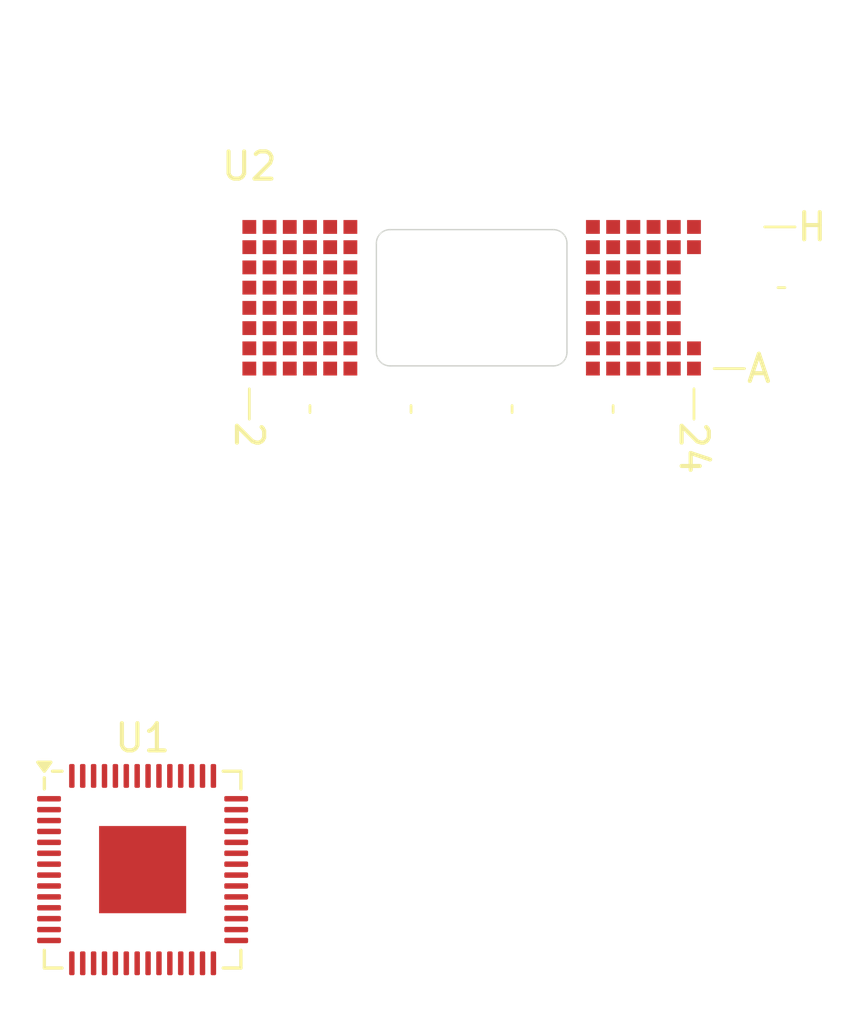
<source format=kicad_pcb>
(kicad_pcb (version 20241229) (generator "pcbnew") (generator_version "9.0")
  (layers (0 "F.Cu" signal) (2 "B.Cu" signal) (13 "F.Paste" user) (15 "B.Paste" user) (5 "F.SilkS" user "F.Silkscreen") (7 "B.SilkS" user "B.Silkscreen") (1 "F.Mask" user) (3 "B.Mask" user) (25 "Edge.Cuts" user))
  (net 0 "")
  (net 1 "Net-(U1-IOVDD-Pad1)")
  (net 36 "Net-(U1-DVDD-Pad23)")
  (net 54 "VDD")
  (net 57 "VRESET")
  (net 60 "VDDI")
  (net 61 "VBIAS")
  (net 63 "VSS")
  (net 65 "VOFFSET")
  (footprint "custom_dlp:LGA99_FQS" (layer "F.Cu") (at 109.25 55.75)
    (property "Reference" "U2" (at -8.1664 -4.8256 0) (layer "F.SilkS"))
    (property "Value" "DLP301S")
    (fp_line (start -8.1664 4.4544) (end -8.1664 3.3408) (stroke (width 0.1)) (layer "F.SilkS"))
    (fp_line (start -5.9392 3.9562) (end -5.9392 4.2102) (stroke (width 0.1)) (layer "F.SilkS"))
    (fp_line (start -2.2272 3.9562) (end -2.2272 4.2102) (stroke (width 0.1)) (layer "F.SilkS"))
    (fp_line (start 1.4848 3.9562) (end 1.4848 4.2102) (stroke (width 0.1)) (layer "F.SilkS"))
    (fp_line (start 5.1968 3.9562) (end 5.1968 4.2102) (stroke (width 0.1)) (layer "F.SilkS"))
    (fp_line (start 8.1664 4.4544) (end 8.1664 3.3408) (stroke (width 0.1)) (layer "F.SilkS"))
    (fp_line (start 10.0224 2.5984) (end 8.9088 2.5984) (stroke (width 0.1)) (layer "F.SilkS"))
    (fp_line (start 11.2532 -0.3712) (end 11.5072 -0.3712) (stroke (width 0.1)) (layer "F.SilkS"))
    (fp_line (start 11.8784 -2.5984) (end 10.7648 -2.5984) (stroke (width 0.1)) (layer "F.SilkS"))
    (fp_line (start -3.4996 2) (end -3.4996 -2) (stroke (width 0.05)) (layer "Edge.Cuts"))
    (fp_line (start 3.0004 -2.499999) (end -2.9996 -2.5) (stroke (width 0.05)) (layer "Edge.Cuts"))
    (fp_line (start 3.0004 2.499999) (end -2.9996 2.499999) (stroke (width 0.05)) (layer "Edge.Cuts"))
    (fp_line (start 3.5004 2) (end 3.500399 -2) (stroke (width 0.05)) (layer "Edge.Cuts"))
    (fp_arc (start -3.4996 -2) (mid -3.353153 -2.353553) (end -2.9996 -2.5) (stroke (width 0.05)) (layer "Edge.Cuts"))
    (fp_arc (start -2.9996 2.5) (mid -3.353153 2.353553) (end -3.4996 2) (stroke (width 0.05)) (layer "Edge.Cuts"))
    (fp_arc (start 3.0004 -2.5) (mid 3.353953 -2.353553) (end 3.5004 -2) (stroke (width 0.05)) (layer "Edge.Cuts"))
    (fp_arc (start 3.5004 2) (mid 3.353953 2.353553) (end 3.0004 2.5) (stroke (width 0.05)) (layer "Edge.Cuts"))
    (fp_text user "2" (at -8.1664 4.4544 270) (layer "F.SilkS") (effects (justify left)))
    (fp_text user "H" (at 11.8784 -2.5984 0) (layer "F.SilkS") (effects (justify left)))
    (fp_text user "24" (at 8.1664 4.4544 270) (layer "F.SilkS") (effects (justify left)))
    (fp_text user "A" (at 10.0224 2.5984 0) (layer "F.SilkS") (effects (justify left)))
    (pad "" np_thru_hole circle (at -10.7756 2.25 180) (size 1.45 1.45) (drill 1.45) (layers "*.Cu" "*.Mask"))
    (pad "" np_thru_hole circle (at 0.0004 -7) (size 3.6 3.6) (drill 3.6) (layers "*.Cu" "*.Mask"))
    (pad "" np_thru_hole circle (at 0.0004 7) (size 3.6 3.6) (drill 3.6) (layers "*.Cu" "*.Mask"))
    (pad "" np_thru_hole circle (at 9.7044 -2.25 180) (size 1.45 1.45) (drill 1.45) (layers "*.Cu" "*.Mask"))
    (pad "A2" smd rect (at -8.1664 2.5984 180) (size 0.508 0.508) (layers "F.Cu" "F.Mask") (net 63 "VSS"))
    (pad "A3" smd rect (at -7.424 2.5984 180) (size 0.508 0.508) (layers "F.Cu" "F.Mask") (net 63 "VSS"))
    (pad "A4" smd rect (at -6.6816 2.5984 180) (size 0.508 0.508) (layers "F.Cu" "F.Mask") (net 63 "VSS"))
    (pad "A5" smd rect (at -5.9392 2.5984 180) (size 0.508 0.508) (layers "F.Cu" "F.Mask") (net 57 "VRESET"))
    (pad "A6" smd rect (at -5.1968 2.5984 180) (size 0.508 0.508) (layers "F.Cu" "F.Mask") (net 61 "VBIAS"))
    (pad "A7" smd rect (at -4.4544 2.5984 180) (size 0.508 0.508) (layers "F.Cu" "F.Mask") (net 63 "VSS"))
    (pad "A19" smd rect (at 4.4544 2.5984 180) (size 0.508 0.508) (layers "F.Cu" "F.Mask") (net 54 "VDD"))
    (pad "A20" smd rect (at 5.1968 2.5984 180) (size 0.508 0.508) (layers "F.Cu" "F.Mask") (net 54 "VDD"))
    (pad "A21" smd rect (at 5.9392 2.5984 180) (size 0.508 0.508) (layers "F.Cu" "F.Mask") (net 54 "VDD"))
    (pad "A22" smd rect (at 6.6816 2.5984 180) (size 0.508 0.508) (layers "F.Cu" "F.Mask") (net 61 "VBIAS"))
    (pad "A23" smd rect (at 7.424 2.5984 180) (size 0.508 0.508) (layers "F.Cu" "F.Mask") (net 57 "VRESET"))
    (pad "A24" smd rect (at 8.1664 2.5984 180) (size 0.508 0.508) (layers "F.Cu" "F.Mask") (net 63 "VSS"))
    (pad "B2" smd rect (at -8.1664 1.856 180) (size 0.508 0.508) (layers "F.Cu" "F.Mask"))
    (pad "B3" smd rect (at -7.424 1.856 180) (size 0.508 0.508) (layers "F.Cu" "F.Mask"))
    (pad "B4" smd rect (at -6.6816 1.856 180) (size 0.508 0.508) (layers "F.Cu" "F.Mask"))
    (pad "B5" smd rect (at -5.9392 1.856 180) (size 0.508 0.508) (layers "F.Cu" "F.Mask"))
    (pad "B6" smd rect (at -5.1968 1.856 180) (size 0.508 0.508) (layers "F.Cu" "F.Mask") (net 60 "VDDI"))
    (pad "B7" smd rect (at -4.4544 1.856 180) (size 0.508 0.508) (layers "F.Cu" "F.Mask"))
    (pad "B19" smd rect (at 4.4544 1.856 180) (size 0.508 0.508) (layers "F.Cu" "F.Mask") (net 60 "VDDI"))
    (pad "B20" smd rect (at 5.1968 1.856 180) (size 0.508 0.508) (layers "F.Cu" "F.Mask") (net 54 "VDD"))
    (pad "B21" smd rect (at 5.9392 1.856 180) (size 0.508 0.508) (layers "F.Cu" "F.Mask") (net 65 "VOFFSET"))
    (pad "B22" smd rect (at 6.6816 1.856 180) (size 0.508 0.508) (layers "F.Cu" "F.Mask") (net 63 "VSS"))
    (pad "B23" smd rect (at 7.424 1.856 180) (size 0.508 0.508) (layers "F.Cu" "F.Mask") (net 63 "VSS"))
    (pad "B24" smd rect (at 8.1664 1.856 180) (size 0.508 0.508) (layers "F.Cu" "F.Mask") (net 63 "VSS"))
    (pad "C2" smd rect (at -8.1664 1.1136 180) (size 0.508 0.508) (layers "F.Cu" "F.Mask") (net 54 "VDD"))
    (pad "C3" smd rect (at -7.424 1.1136 180) (size 0.508 0.508) (layers "F.Cu" "F.Mask") (net 60 "VDDI"))
    (pad "C4" smd rect (at -6.6816 1.1136 180) (size 0.508 0.508) (layers "F.Cu" "F.Mask") (net 63 "VSS"))
    (pad "C5" smd rect (at -5.9392 1.1136 180) (size 0.508 0.508) (layers "F.Cu" "F.Mask"))
    (pad "C6" smd rect (at -5.1968 1.1136 180) (size 0.508 0.508) (layers "F.Cu" "F.Mask"))
    (pad "C7" smd rect (at -4.4544 1.1136 180) (size 0.508 0.508) (layers "F.Cu" "F.Mask") (net 63 "VSS"))
    (pad "C19" smd rect (at 4.4544 1.1136 180) (size 0.508 0.508) (layers "F.Cu" "F.Mask") (net 63 "VSS"))
    (pad "C20" smd rect (at 5.1968 1.1136 180) (size 0.508 0.508) (layers "F.Cu" "F.Mask"))
    (pad "C21" smd rect (at 5.9392 1.1136 180) (size 0.508 0.508) (layers "F.Cu" "F.Mask"))
    (pad "C22" smd rect (at 6.6816 1.1136 180) (size 0.508 0.508) (layers "F.Cu" "F.Mask") (net 63 "VSS"))
    (pad "C23" smd rect (at 7.424 1.1136 180) (size 0.508 0.508) (layers "F.Cu" "F.Mask") (net 60 "VDDI"))
    (pad "D2" smd rect (at -8.1664 0.3712 180) (size 0.508 0.508) (layers "F.Cu" "F.Mask") (net 54 "VDD"))
    (pad "D3" smd rect (at -7.424 0.3712 180) (size 0.508 0.508) (layers "F.Cu" "F.Mask") (net 54 "VDD"))
    (pad "D4" smd rect (at -6.6816 0.3712 180) (size 0.508 0.508) (layers "F.Cu" "F.Mask"))
    (pad "D5" smd rect (at -5.9392 0.3712 180) (size 0.508 0.508) (layers "F.Cu" "F.Mask"))
    (pad "D6" smd rect (at -5.1968 0.3712 180) (size 0.508 0.508) (layers "F.Cu" "F.Mask"))
    (pad "D7" smd rect (at -4.4544 0.3712 180) (size 0.508 0.508) (layers "F.Cu" "F.Mask"))
    (pad "D19" smd rect (at 4.4544 0.3712 180) (size 0.508 0.508) (layers "F.Cu" "F.Mask"))
    (pad "D20" smd rect (at 5.1968 0.3712 180) (size 0.508 0.508) (layers "F.Cu" "F.Mask"))
    (pad "D21" smd rect (at 5.9392 0.3712 180) (size 0.508 0.508) (layers "F.Cu" "F.Mask"))
    (pad "D22" smd rect (at 6.6816 0.3712 180) (size 0.508 0.508) (layers "F.Cu" "F.Mask"))
    (pad "D23" smd rect (at 7.424 0.3712 180) (size 0.508 0.508) (layers "F.Cu" "F.Mask") (net 54 "VDD"))
    (pad "E2" smd rect (at -8.1664 -0.3712 180) (size 0.508 0.508) (layers "F.Cu" "F.Mask") (net 54 "VDD"))
    (pad "E3" smd rect (at -7.424 -0.3712 180) (size 0.508 0.508) (layers "F.Cu" "F.Mask") (net 60 "VDDI"))
    (pad "E4" smd rect (at -6.6816 -0.3712 180) (size 0.508 0.508) (layers "F.Cu" "F.Mask") (net 63 "VSS"))
    (pad "E5" smd rect (at -5.9392 -0.3712 180) (size 0.508 0.508) (layers "F.Cu" "F.Mask"))
    (pad "E6" smd rect (at -5.1968 -0.3712 180) (size 0.508 0.508) (layers "F.Cu" "F.Mask"))
    (pad "E7" smd rect (at -4.4544 -0.3712 180) (size 0.508 0.508) (layers "F.Cu" "F.Mask") (net 63 "VSS"))
    (pad "E19" smd rect (at 4.4544 -0.3712 180) (size 0.508 0.508) (layers "F.Cu" "F.Mask") (net 63 "VSS"))
    (pad "E20" smd rect (at 5.1968 -0.3712 180) (size 0.508 0.508) (layers "F.Cu" "F.Mask"))
    (pad "E21" smd rect (at 5.9392 -0.3712 180) (size 0.508 0.508) (layers "F.Cu" "F.Mask"))
    (pad "E22" smd rect (at 6.6816 -0.3712 180) (size 0.508 0.508) (layers "F.Cu" "F.Mask") (net 63 "VSS"))
    (pad "E23" smd rect (at 7.424 -0.3712 180) (size 0.508 0.508) (layers "F.Cu" "F.Mask") (net 60 "VDDI"))
    (pad "F2" smd rect (at -8.1664 -1.1136 180) (size 0.508 0.508) (layers "F.Cu" "F.Mask") (net 54 "VDD"))
    (pad "F3" smd rect (at -7.424 -1.1136 180) (size 0.508 0.508) (layers "F.Cu" "F.Mask") (net 54 "VDD"))
    (pad "F4" smd rect (at -6.6816 -1.1136 180) (size 0.508 0.508) (layers "F.Cu" "F.Mask"))
    (pad "F5" smd rect (at -5.9392 -1.1136 180) (size 0.508 0.508) (layers "F.Cu" "F.Mask"))
    (pad "F6" smd rect (at -5.1968 -1.1136 180) (size 0.508 0.508) (layers "F.Cu" "F.Mask"))
    (pad "F7" smd rect (at -4.4544 -1.1136 180) (size 0.508 0.508) (layers "F.Cu" "F.Mask"))
    (pad "F19" smd rect (at 4.4544 -1.1136 180) (size 0.508 0.508) (layers "F.Cu" "F.Mask"))
    (pad "F20" smd rect (at 5.1968 -1.1136 180) (size 0.508 0.508) (layers "F.Cu" "F.Mask"))
    (pad "F21" smd rect (at 5.9392 -1.1136 180) (size 0.508 0.508) (layers "F.Cu" "F.Mask"))
    (pad "F22" smd rect (at 6.6816 -1.1136 180) (size 0.508 0.508) (layers "F.Cu" "F.Mask"))
    (pad "F23" smd rect (at 7.424 -1.1136 180) (size 0.508 0.508) (layers "F.Cu" "F.Mask") (net 54 "VDD"))
    (pad "G2" smd rect (at -8.1664 -1.856 180) (size 0.508 0.508) (layers "F.Cu" "F.Mask") (net 65 "VOFFSET"))
    (pad "G3" smd rect (at -7.424 -1.856 180) (size 0.508 0.508) (layers "F.Cu" "F.Mask") (net 60 "VDDI"))
    (pad "G4" smd rect (at -6.6816 -1.856 180) (size 0.508 0.508) (layers "F.Cu" "F.Mask") (net 63 "VSS"))
    (pad "G5" smd rect (at -5.9392 -1.856 180) (size 0.508 0.508) (layers "F.Cu" "F.Mask"))
    (pad "G6" smd rect (at -5.1968 -1.856 180) (size 0.508 0.508) (layers "F.Cu" "F.Mask"))
    (pad "G7" smd rect (at -4.4544 -1.856 180) (size 0.508 0.508) (layers "F.Cu" "F.Mask") (net 63 "VSS"))
    (pad "G19" smd rect (at 4.4544 -1.856 180) (size 0.508 0.508) (layers "F.Cu" "F.Mask") (net 63 "VSS"))
    (pad "G20" smd rect (at 5.1968 -1.856 180) (size 0.508 0.508) (layers "F.Cu" "F.Mask"))
    (pad "G21" smd rect (at 5.9392 -1.856 180) (size 0.508 0.508) (layers "F.Cu" "F.Mask"))
    (pad "G22" smd rect (at 6.6816 -1.856 180) (size 0.508 0.508) (layers "F.Cu" "F.Mask") (net 63 "VSS"))
    (pad "G23" smd rect (at 7.424 -1.856 180) (size 0.508 0.508) (layers "F.Cu" "F.Mask") (net 60 "VDDI"))
    (pad "G24" smd rect (at 8.1664 -1.856 180) (size 0.508 0.508) (layers "F.Cu" "F.Mask") (net 63 "VSS"))
    (pad "H2" smd rect (at -8.1664 -2.5984 180) (size 0.508 0.508) (layers "F.Cu" "F.Mask") (net 63 "VSS"))
    (pad "H3" smd rect (at -7.424 -2.5984 180) (size 0.508 0.508) (layers "F.Cu" "F.Mask") (net 63 "VSS"))
    (pad "H4" smd rect (at -6.6816 -2.5984 180) (size 0.508 0.508) (layers "F.Cu" "F.Mask"))
    (pad "H5" smd rect (at -5.9392 -2.5984 180) (size 0.508 0.508) (layers "F.Cu" "F.Mask"))
    (pad "H6" smd rect (at -5.1968 -2.5984 180) (size 0.508 0.508) (layers "F.Cu" "F.Mask"))
    (pad "H7" smd rect (at -4.4544 -2.5984 180) (size 0.508 0.508) (layers "F.Cu" "F.Mask"))
    (pad "H19" smd rect (at 4.4544 -2.5984 180) (size 0.508 0.508) (layers "F.Cu" "F.Mask"))
    (pad "H20" smd rect (at 5.1968 -2.5984 180) (size 0.508 0.508) (layers "F.Cu" "F.Mask"))
    (pad "H21" smd rect (at 5.9392 -2.5984 180) (size 0.508 0.508) (layers "F.Cu" "F.Mask"))
    (pad "H22" smd rect (at 6.6816 -2.5984 180) (size 0.508 0.508) (layers "F.Cu" "F.Mask"))
    (pad "H23" smd rect (at 7.424 -2.5984 180) (size 0.508 0.508) (layers "F.Cu" "F.Mask") (net 63 "VSS"))
    (pad "H24" smd rect (at 8.1664 -2.5984 180) (size 0.508 0.508) (layers "F.Cu" "F.Mask") (net 63 "VSS"))
  )
  (footprint "Package_DFN_QFN:QFN-56-1EP_7x7mm_P0.4mm_EP3.2x3.2mm" (layer "F.Cu") (at 97.1636 76.7316)
    (property "Reference" "U1" (at 0 -4.83 0) (layer "F.SilkS"))
    (property "Value" "RP2040")
    (fp_line (start -3.61 -2.96) (end -3.61 -3.37) (stroke (width 0.12)) (layer "F.SilkS"))
    (fp_line (start -3.61 3.61) (end -3.61 2.96) (stroke (width 0.12)) (layer "F.SilkS"))
    (fp_line (start -2.96 -3.61) (end -3.31 -3.61) (stroke (width 0.12)) (layer "F.SilkS"))
    (fp_line (start -2.96 3.61) (end -3.61 3.61) (stroke (width 0.12)) (layer "F.SilkS"))
    (fp_line (start 2.96 -3.61) (end 3.61 -3.61) (stroke (width 0.12)) (layer "F.SilkS"))
    (fp_line (start 2.96 3.61) (end 3.61 3.61) (stroke (width 0.12)) (layer "F.SilkS"))
    (fp_line (start 3.61 -3.61) (end 3.61 -2.96) (stroke (width 0.12)) (layer "F.SilkS"))
    (fp_line (start 3.61 3.61) (end 3.61 2.96) (stroke (width 0.12)) (layer "F.SilkS"))
    (fp_poly (pts (xy -3.61 -3.61) (xy -3.85 -3.94) (xy -3.37 -3.94) (xy -3.61 -3.61)) (stroke (width 0.12)) (fill yes) (layer "F.SilkS"))
    (pad "1" smd roundrect (at -3.4375 -2.6) (size 0.875 0.2) (layers "F.Cu" "F.Mask" "F.Paste") (net 1 "Net-(U1-IOVDD-Pad1)"))
    (pad "2" smd roundrect (at -3.4375 -2.2) (size 0.875 0.2) (layers "F.Cu" "F.Mask" "F.Paste"))
    (pad "3" smd roundrect (at -3.4375 -1.8) (size 0.875 0.2) (layers "F.Cu" "F.Mask" "F.Paste"))
    (pad "4" smd roundrect (at -3.4375 -1.4) (size 0.875 0.2) (layers "F.Cu" "F.Mask" "F.Paste"))
    (pad "5" smd roundrect (at -3.4375 -1) (size 0.875 0.2) (layers "F.Cu" "F.Mask" "F.Paste"))
    (pad "6" smd roundrect (at -3.4375 -0.6) (size 0.875 0.2) (layers "F.Cu" "F.Mask" "F.Paste"))
    (pad "7" smd roundrect (at -3.4375 -0.2) (size 0.875 0.2) (layers "F.Cu" "F.Mask" "F.Paste"))
    (pad "8" smd roundrect (at -3.4375 0.2) (size 0.875 0.2) (layers "F.Cu" "F.Mask" "F.Paste"))
    (pad "9" smd roundrect (at -3.4375 0.6) (size 0.875 0.2) (layers "F.Cu" "F.Mask" "F.Paste"))
    (pad "10" smd roundrect (at -3.4375 1) (size 0.875 0.2) (layers "F.Cu" "F.Mask" "F.Paste") (net 1 "Net-(U1-IOVDD-Pad1)"))
    (pad "11" smd roundrect (at -3.4375 1.4) (size 0.875 0.2) (layers "F.Cu" "F.Mask" "F.Paste"))
    (pad "12" smd roundrect (at -3.4375 1.8) (size 0.875 0.2) (layers "F.Cu" "F.Mask" "F.Paste"))
    (pad "13" smd roundrect (at -3.4375 2.2) (size 0.875 0.2) (layers "F.Cu" "F.Mask" "F.Paste"))
    (pad "14" smd roundrect (at -3.4375 2.6) (size 0.875 0.2) (layers "F.Cu" "F.Mask" "F.Paste"))
    (pad "15" smd roundrect (at -2.6 3.4375) (size 0.2 0.875) (layers "F.Cu" "F.Mask" "F.Paste"))
    (pad "16" smd roundrect (at -2.2 3.4375) (size 0.2 0.875) (layers "F.Cu" "F.Mask" "F.Paste"))
    (pad "17" smd roundrect (at -1.8 3.4375) (size 0.2 0.875) (layers "F.Cu" "F.Mask" "F.Paste"))
    (pad "18" smd roundrect (at -1.4 3.4375) (size 0.2 0.875) (layers "F.Cu" "F.Mask" "F.Paste"))
    (pad "19" smd roundrect (at -1 3.4375) (size 0.2 0.875) (layers "F.Cu" "F.Mask" "F.Paste"))
    (pad "20" smd roundrect (at -0.6 3.4375) (size 0.2 0.875) (layers "F.Cu" "F.Mask" "F.Paste"))
    (pad "21" smd roundrect (at -0.2 3.4375) (size 0.2 0.875) (layers "F.Cu" "F.Mask" "F.Paste"))
    (pad "22" smd roundrect (at 0.2 3.4375) (size 0.2 0.875) (layers "F.Cu" "F.Mask" "F.Paste") (net 1 "Net-(U1-IOVDD-Pad1)"))
    (pad "23" smd roundrect (at 0.6 3.4375) (size 0.2 0.875) (layers "F.Cu" "F.Mask" "F.Paste") (net 36 "Net-(U1-DVDD-Pad23)"))
    (pad "24" smd roundrect (at 1 3.4375) (size 0.2 0.875) (layers "F.Cu" "F.Mask" "F.Paste"))
    (pad "25" smd roundrect (at 1.4 3.4375) (size 0.2 0.875) (layers "F.Cu" "F.Mask" "F.Paste"))
    (pad "26" smd roundrect (at 1.8 3.4375) (size 0.2 0.875) (layers "F.Cu" "F.Mask" "F.Paste"))
    (pad "27" smd roundrect (at 2.2 3.4375) (size 0.2 0.875) (layers "F.Cu" "F.Mask" "F.Paste"))
    (pad "28" smd roundrect (at 2.6 3.4375) (size 0.2 0.875) (layers "F.Cu" "F.Mask" "F.Paste"))
    (pad "29" smd roundrect (at 3.4375 2.6) (size 0.875 0.2) (layers "F.Cu" "F.Mask" "F.Paste"))
    (pad "30" smd roundrect (at 3.4375 2.2) (size 0.875 0.2) (layers "F.Cu" "F.Mask" "F.Paste"))
    (pad "31" smd roundrect (at 3.4375 1.8) (size 0.875 0.2) (layers "F.Cu" "F.Mask" "F.Paste"))
    (pad "32" smd roundrect (at 3.4375 1.4) (size 0.875 0.2) (layers "F.Cu" "F.Mask" "F.Paste"))
    (pad "33" smd roundrect (at 3.4375 1) (size 0.875 0.2) (layers "F.Cu" "F.Mask" "F.Paste") (net 1 "Net-(U1-IOVDD-Pad1)"))
    (pad "34" smd roundrect (at 3.4375 0.6) (size 0.875 0.2) (layers "F.Cu" "F.Mask" "F.Paste"))
    (pad "35" smd roundrect (at 3.4375 0.2) (size 0.875 0.2) (layers "F.Cu" "F.Mask" "F.Paste"))
    (pad "36" smd roundrect (at 3.4375 -0.2) (size 0.875 0.2) (layers "F.Cu" "F.Mask" "F.Paste"))
    (pad "37" smd roundrect (at 3.4375 -0.6) (size 0.875 0.2) (layers "F.Cu" "F.Mask" "F.Paste"))
    (pad "38" smd roundrect (at 3.4375 -1) (size 0.875 0.2) (layers "F.Cu" "F.Mask" "F.Paste"))
    (pad "39" smd roundrect (at 3.4375 -1.4) (size 0.875 0.2) (layers "F.Cu" "F.Mask" "F.Paste"))
    (pad "40" smd roundrect (at 3.4375 -1.8) (size 0.875 0.2) (layers "F.Cu" "F.Mask" "F.Paste"))
    (pad "41" smd roundrect (at 3.4375 -2.2) (size 0.875 0.2) (layers "F.Cu" "F.Mask" "F.Paste"))
    (pad "42" smd roundrect (at 3.4375 -2.6) (size 0.875 0.2) (layers "F.Cu" "F.Mask" "F.Paste") (net 1 "Net-(U1-IOVDD-Pad1)"))
    (pad "43" smd roundrect (at 2.6 -3.4375) (size 0.2 0.875) (layers "F.Cu" "F.Mask" "F.Paste"))
    (pad "44" smd roundrect (at 2.2 -3.4375) (size 0.2 0.875) (layers "F.Cu" "F.Mask" "F.Paste"))
    (pad "45" smd roundrect (at 1.8 -3.4375) (size 0.2 0.875) (layers "F.Cu" "F.Mask" "F.Paste"))
    (pad "46" smd roundrect (at 1.4 -3.4375) (size 0.2 0.875) (layers "F.Cu" "F.Mask" "F.Paste"))
    (pad "47" smd roundrect (at 1 -3.4375) (size 0.2 0.875) (layers "F.Cu" "F.Mask" "F.Paste"))
    (pad "48" smd roundrect (at 0.6 -3.4375) (size 0.2 0.875) (layers "F.Cu" "F.Mask" "F.Paste"))
    (pad "49" smd roundrect (at 0.2 -3.4375) (size 0.2 0.875) (layers "F.Cu" "F.Mask" "F.Paste") (net 1 "Net-(U1-IOVDD-Pad1)"))
    (pad "50" smd roundrect (at -0.2 -3.4375) (size 0.2 0.875) (layers "F.Cu" "F.Mask" "F.Paste") (net 36 "Net-(U1-DVDD-Pad23)"))
    (pad "51" smd roundrect (at -0.6 -3.4375) (size 0.2 0.875) (layers "F.Cu" "F.Mask" "F.Paste"))
    (pad "52" smd roundrect (at -1 -3.4375) (size 0.2 0.875) (layers "F.Cu" "F.Mask" "F.Paste"))
    (pad "53" smd roundrect (at -1.4 -3.4375) (size 0.2 0.875) (layers "F.Cu" "F.Mask" "F.Paste"))
    (pad "54" smd roundrect (at -1.8 -3.4375) (size 0.2 0.875) (layers "F.Cu" "F.Mask" "F.Paste"))
    (pad "55" smd roundrect (at -2.2 -3.4375) (size 0.2 0.875) (layers "F.Cu" "F.Mask" "F.Paste"))
    (pad "56" smd roundrect (at -2.6 -3.4375) (size 0.2 0.875) (layers "F.Cu" "F.Mask" "F.Paste"))
    (pad "57" smd rect (at 0 0) (size 3.2 3.2) (property pad_prop_heatsink) (layers "F.Cu" "F.Mask"))
  )
)
</source>
